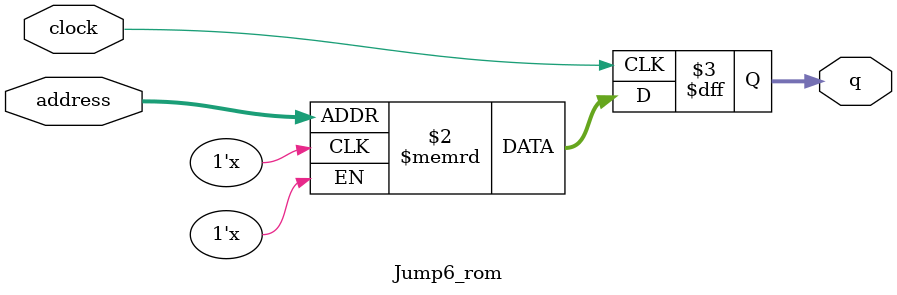
<source format=sv>
module Jump6_rom (
	input logic clock,
	input logic [12:0] address,
	output logic [2:0] q
);

logic [2:0] memory [0:5399] /* synthesis ram_init_file = "./Jump6/Jump6.mif" */;

always_ff @ (posedge clock) begin
	q <= memory[address];
end

endmodule

</source>
